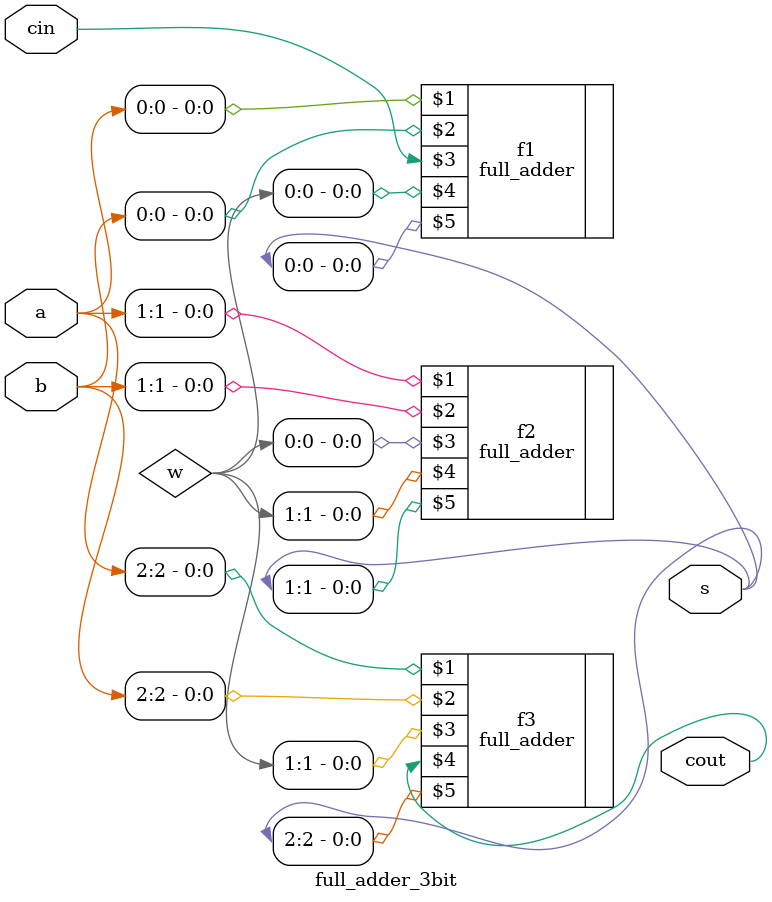
<source format=v>
`timescale 1ns / 1ps
module full_adder_3bit(
    input [2:0] a,
    input [2:0] b,
    input cin,
    output cout,
    output [2:0] s
    );
	wire [1:0]w;
	full_adder f1(a[0],b[0],cin,w[0],s[0]);
	full_adder f2(a[1],b[1],w[0],w[1],s[1]);
	full_adder f3(a[2],b[2],w[1],cout,s[2]);
		


endmodule

</source>
